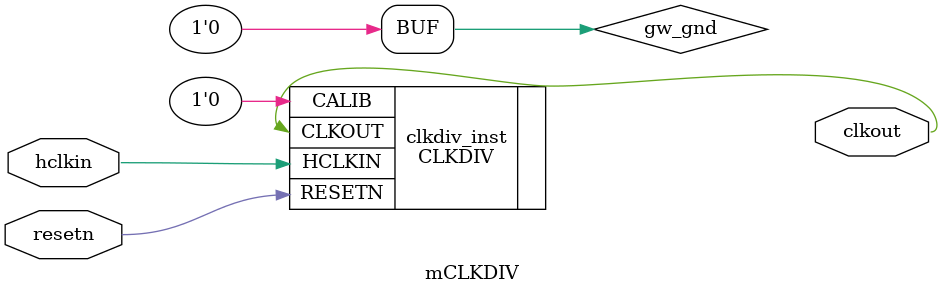
<source format=v>

module mCLKDIV (clkout, hclkin, resetn);

output clkout;
input hclkin;
input resetn;

wire gw_gnd;

assign gw_gnd = 1'b0;

CLKDIV clkdiv_inst (
    .CLKOUT(clkout),
    .HCLKIN(hclkin),
    .RESETN(resetn),
    .CALIB(gw_gnd)
);

defparam clkdiv_inst.DIV_MODE = "4";
defparam clkdiv_inst.GSREN = "false";

endmodule //mCLKDIV

</source>
